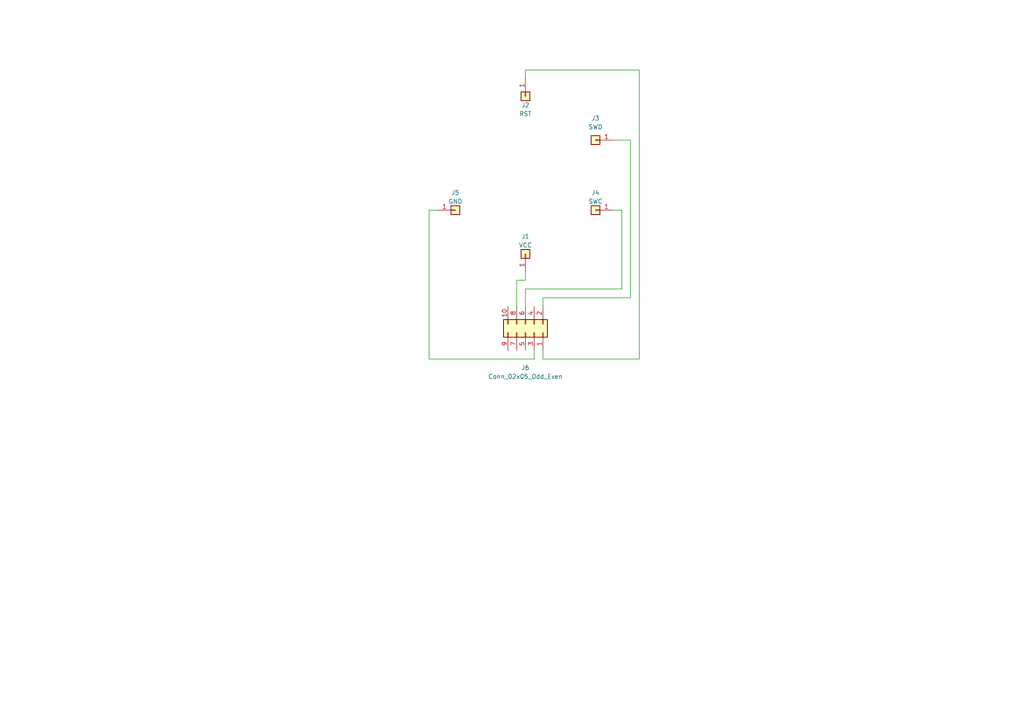
<source format=kicad_sch>
(kicad_sch (version 20230121) (generator eeschema)
  (paper "A4")
  (lib_symbols
    (symbol "Connector_Generic:Conn_01x01" (pin_names (offset 1.016) hide)
      (property "Reference" "J" (at 0 2.54 0))
      (property "Value" "Conn_01x01" (at 0 -2.54 0))
      (symbol "Conn_01x01_1_1"
        (rectangle (start -1.27 0.127) (end 0 -0.127) (stroke (width 0.1524)))
        (rectangle (start -1.27 1.27) (end 1.27 -1.27) (stroke (width 0.254)) (fill (type background)))
        (pin passive line (at -5.08 0 0) (length 3.81) (name "Pin_1") (number "1"))
      )
    )
    (symbol "Connector_Generic:Conn_02x05_Odd_Even" (pin_names (offset 1.016) hide)
      (property "Reference" "J" (at 1.27 7.62 0))
      (property "Value" "Conn_02x05_Odd_Even" (at 1.27 -7.62 0))
      (symbol "Conn_02x05_Odd_Even_1_1"
        (rectangle (start -1.27 -4.953) (end 0 -5.207) (stroke (width 0.1524)))
        (rectangle (start -1.27 -2.413) (end 0 -2.667) (stroke (width 0.1524)))
        (rectangle (start -1.27 0.127) (end 0 -0.127) (stroke (width 0.1524)))
        (rectangle (start -1.27 2.667) (end 0 2.413) (stroke (width 0.1524)))
        (rectangle (start -1.27 5.207) (end 0 4.953) (stroke (width 0.1524)))
        (rectangle (start -1.27 6.35) (end 3.81 -6.35) (stroke (width 0.254)) (fill (type background)))
        (rectangle (start 3.81 -4.953) (end 2.54 -5.207) (stroke (width 0.1524)))
        (rectangle (start 3.81 -2.413) (end 2.54 -2.667) (stroke (width 0.1524)))
        (rectangle (start 3.81 0.127) (end 2.54 -0.127) (stroke (width 0.1524)))
        (rectangle (start 3.81 2.667) (end 2.54 2.413) (stroke (width 0.1524)))
        (rectangle (start 3.81 5.207) (end 2.54 4.953) (stroke (width 0.1524)))
        (pin passive line (at -5.08 5.08 0) (length 3.81) (name "Pin_1") (number "1"))
        (pin passive line (at 7.62 -5.08 180) (length 3.81) (name "Pin_10") (number "10"))
        (pin passive line (at 7.62 5.08 180) (length 3.81) (name "Pin_2") (number "2"))
        (pin passive line (at -5.08 2.54 0) (length 3.81) (name "Pin_3") (number "3"))
        (pin passive line (at 7.62 2.54 180) (length 3.81) (name "Pin_4") (number "4"))
        (pin passive line (at -5.08 0 0) (length 3.81) (name "Pin_5") (number "5"))
        (pin passive line (at 7.62 0 180) (length 3.81) (name "Pin_6") (number "6"))
        (pin passive line (at -5.08 -2.54 0) (length 3.81) (name "Pin_7") (number "7"))
        (pin passive line (at 7.62 -2.54 180) (length 3.81) (name "Pin_8") (number "8"))
        (pin passive line (at -5.08 -5.08 0) (length 3.81) (name "Pin_9") (number "9"))
      )
    )
  )
  (wire (pts (xy 154.94 101.6) (xy 154.94 104.14)))
  (wire (pts (xy 152.4 20.32) (xy 152.4 22.86)))
  (wire (pts (xy 177.8 40.64) (xy 182.88 40.64)))
  (wire (pts (xy 157.48 86.36) (xy 182.88 86.36)))
  (wire (pts (xy 149.86 88.9) (xy 149.86 81.28)))
  (wire (pts (xy 185.42 20.32) (xy 185.42 104.14)))
  (wire (pts (xy 152.4 83.82) (xy 180.34 83.82)))
  (wire (pts (xy 124.46 60.96) (xy 127 60.96)))
  (wire (pts (xy 157.48 88.9) (xy 157.48 86.36)))
  (wire (pts (xy 157.48 104.14) (xy 157.48 101.6)))
  (wire (pts (xy 152.4 20.32) (xy 185.42 20.32)))
  (wire (pts (xy 152.4 88.9) (xy 152.4 83.82)))
  (wire (pts (xy 180.34 83.82) (xy 180.34 60.96)))
  (wire (pts (xy 149.86 81.28) (xy 152.4 81.28)))
  (wire (pts (xy 182.88 86.36) (xy 182.88 40.64)))
  (wire (pts (xy 152.4 81.28) (xy 152.4 78.74)))
  (wire (pts (xy 154.94 104.14) (xy 124.46 104.14)))
  (wire (pts (xy 180.34 60.96) (xy 177.8 60.96)))
  (wire (pts (xy 185.42 104.14) (xy 157.48 104.14)))
  (wire (pts (xy 124.46 104.14) (xy 124.46 60.96)))
  (symbol (lib_id "Connector_Generic:Conn_01x01") (at 172.72 60.96 180) (unit 1)
    (property "Reference" "J4" (at 172.72 55.88 0))
    (property "Value" "SWC" (at 172.72 58.42 0))
    (property "Footprint" "Connector_PinHeader_2.54mm:PinHeader_1x01_P2.54mm_Vertical" (effects hide))
  )
  (symbol (lib_id "Connector_Generic:Conn_01x01") (at 132.08 60.96 0) (unit 1)
    (property "Reference" "J5" (at 132.08 55.88 0))
    (property "Value" "GND" (at 132.08 58.42 0))
    (property "Footprint" "Connector_PinHeader_2.54mm:PinHeader_1x01_P2.54mm_Vertical" (effects hide))
  )
  (symbol (lib_id "Connector_Generic:Conn_01x01") (at 172.72 40.64 180) (unit 1)
    (property "Reference" "J3" (at 172.72 34.29 0))
    (property "Value" "SWD" (at 172.72 36.83 0))
    (property "Footprint" "Connector_PinHeader_2.54mm:PinHeader_1x01_P2.54mm_Vertical" (effects hide))
  )
  (symbol (lib_id "Connector_Generic:Conn_02x05_Odd_Even") (at 152.4 96.52 270) (mirror x) (unit 1)
    (property "Reference" "J6" (at 152.4 106.68 90))
    (property "Value" "Conn_02x05_Odd_Even" (at 152.4 109.22 90))
    (property "Footprint" "Connector_IDC:IDC-Header_2x05_P2.54mm_Vertical" (effects hide))
  )
  (symbol (lib_id "Connector_Generic:Conn_01x01") (at 152.4 27.94 270) (unit 1)
    (property "Reference" "J2" (at 152.4 30.48 90))
    (property "Value" "RST" (at 152.4 33.02 90))
    (property "Footprint" "Connector_PinHeader_2.54mm:PinHeader_1x01_P2.54mm_Vertical" (effects hide))
  )
  (symbol (lib_id "Connector_Generic:Conn_01x01") (at 152.4 73.66 90) (unit 1)
    (property "Reference" "J1" (at 152.4 68.58 90))
    (property "Value" "VCC" (at 152.4 71.12 90))
    (property "Footprint" "Connector_PinHeader_2.54mm:PinHeader_1x01_P2.54mm_Vertical" (effects hide))
  )
)
</source>
